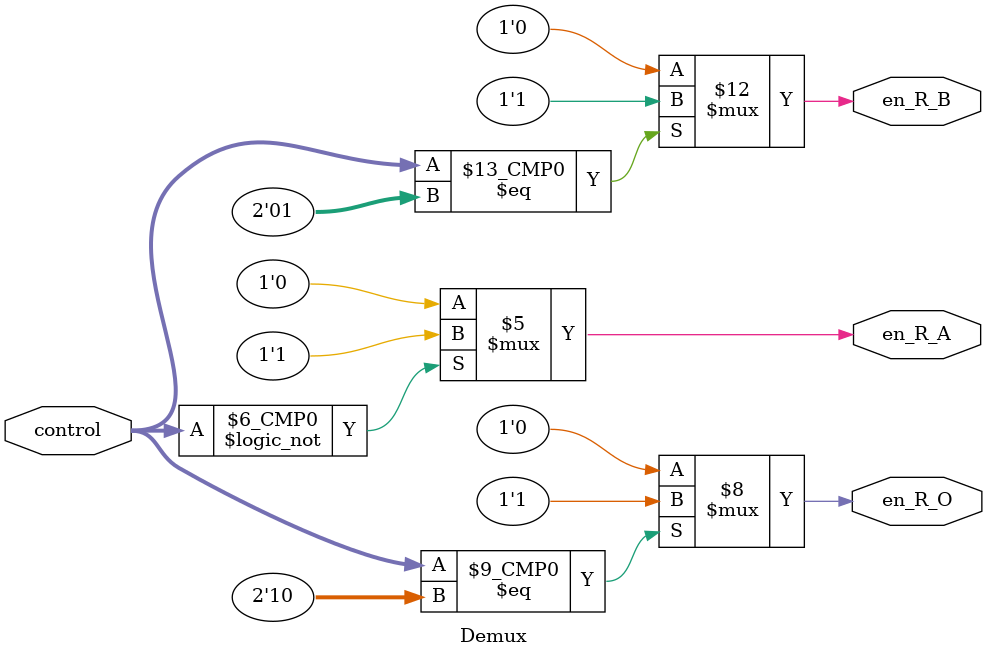
<source format=sv>
module Demux(
    input logic [1:0] control, // D1, D0 from instruction
    output logic en_R_A,       // Enable for R_A
    output logic en_R_B,       // Enable for R_B
    output logic en_R_O        // Enable for R_O
);
    always_comb begin
        // Default values (no register is enabled)
        en_R_A = 0;
        en_R_B = 0;
        en_R_O = 0;

        // Enable based on control inputs
        case (control)
            2'b00: en_R_A = 1; // Enable R_A
            2'b01: en_R_B = 1; // Enable R_B
            2'b10: en_R_O = 1; // Enable R_O
            default: ;         // No enable for other cases
        endcase
    end
endmodule

</source>
